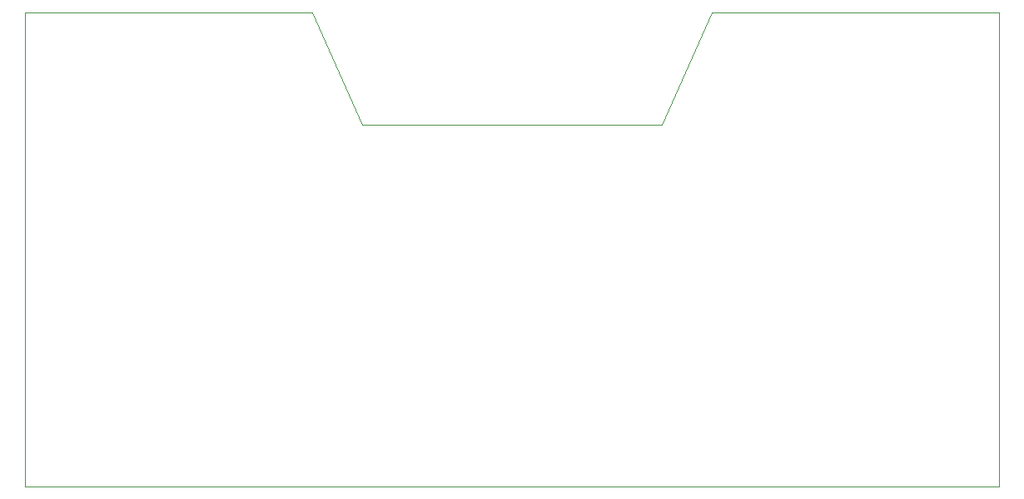
<source format=gm1>
%TF.GenerationSoftware,KiCad,Pcbnew,(6.0.7)*%
%TF.CreationDate,2023-03-17T03:31:57-06:00*%
%TF.ProjectId,Base Station,42617365-2053-4746-9174-696f6e2e6b69,1.2*%
%TF.SameCoordinates,Original*%
%TF.FileFunction,Profile,NP*%
%FSLAX46Y46*%
G04 Gerber Fmt 4.6, Leading zero omitted, Abs format (unit mm)*
G04 Created by KiCad (PCBNEW (6.0.7)) date 2023-03-17 03:31:57*
%MOMM*%
%LPD*%
G01*
G04 APERTURE LIST*
%TA.AperFunction,Profile*%
%ADD10C,0.100000*%
%TD*%
G04 APERTURE END LIST*
D10*
X138938000Y-88646000D02*
X169418000Y-88646000D01*
X174498000Y-77216000D01*
X203708000Y-77216000D01*
X203708000Y-125476000D01*
X104648000Y-125476000D01*
X104648000Y-77216000D01*
X133858000Y-77216000D01*
X138938000Y-88646000D01*
M02*

</source>
